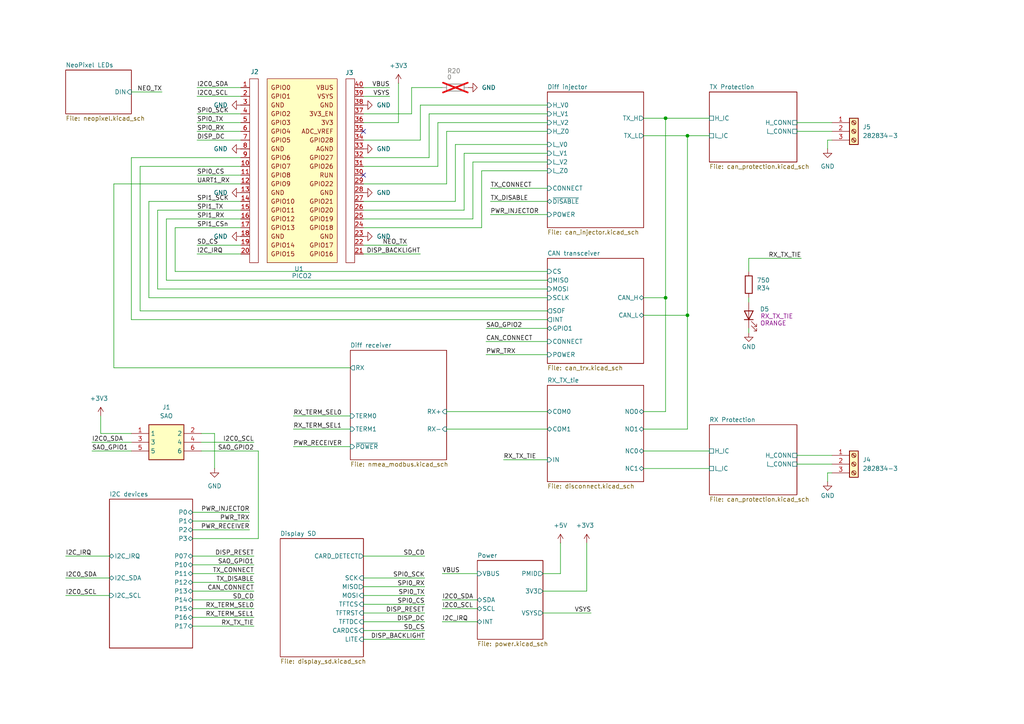
<source format=kicad_sch>
(kicad_sch (version 20250114) (generator "eeschema") (generator_version "9.0")
  (paper "A4")
  (title_block (title "Maritime Hacking Village") (date "2025") (rev "1") (company "DC33"))
  (lib_symbols
    (symbol "GND_1" (power) (pin_numbers (hide yes)) (pin_names (offset 0) (hide yes))
      (property "Value" "GND" (at 0 -3.81 0))
      (symbol "GND_1_0_1"
        (polyline (pts (xy 0 0) (xy 0 -1.27) (xy 1.27 -1.27) (xy 0 -2.54) (xy -1.27 -1.27) (xy 0 -1.27)))
      )
      (symbol "GND_1_1_1"
        (pin power_in line (at 0 0 270) (length 0) (name "~") (number "1"))
      )
    )
    (symbol "GND_10" (power) (pin_numbers (hide yes)) (pin_names (offset 0) (hide yes))
      (property "Value" "GND" (at 0 -3.81 0))
      (symbol "GND_10_0_1"
        (polyline (pts (xy 0 0) (xy 0 -1.27) (xy 1.27 -1.27) (xy 0 -2.54) (xy -1.27 -1.27) (xy 0 -1.27)))
      )
      (symbol "GND_10_1_1"
        (pin power_in line (at 0 0 270) (length 0) (name "~") (number "1"))
      )
    )
    (symbol "Library:282834-3"
      (property "Reference" "J" (at 16.51 7.62 0))
      (property "Value" "282834-3" (at 16.51 5.08 0))
      (symbol "282834-3_1_1"
        (rectangle (start 5.08 1.27) (end 7.62 -6.35) (stroke (width 0.254)) (fill (type background)))
        (polyline (pts (xy 5.8166 0.3302) (xy 6.6802 -0.508)) (stroke (width 0.1524)))
        (polyline (pts (xy 5.8166 -2.2098) (xy 6.6802 -3.048)) (stroke (width 0.1524)))
        (polyline (pts (xy 5.8166 -4.7498) (xy 6.6802 -5.588)) (stroke (width 0.1524)))
        (polyline (pts (xy 5.9944 0.508) (xy 6.858 -0.3302)) (stroke (width 0.1524)))
        (polyline (pts (xy 5.9944 -2.032) (xy 6.858 -2.8702)) (stroke (width 0.1524)))
        (polyline (pts (xy 5.9944 -4.572) (xy 6.858 -5.4102)) (stroke (width 0.1524)))
        (circle (center 6.35 0) (radius 0.635) (stroke (width 0.1524)))
        (circle (center 6.35 -2.54) (radius 0.635) (stroke (width 0.1524)))
        (circle (center 6.35 -5.08) (radius 0.635) (stroke (width 0.1524)))
        (pin passive line (at 0 0 0) (length 5.08) (name "") (number "1"))
        (pin passive line (at 0 -2.54 0) (length 5.08) (name "") (number "2"))
        (pin passive line (at 0 -5.08 0) (length 5.08) (name "") (number "3"))
      )
    )
    (symbol "Library:LED" (pin_numbers (hide yes)) (pin_names (offset 1.016) (hide yes))
      (property "Reference" "D" (at 0 2.54 0))
      (property "Value" "LED" (at 0 -2.54 0))
      (symbol "LED_0_1"
        (polyline (pts (xy -3.048 -0.762) (xy -4.572 -2.286) (xy -3.81 -2.286) (xy -4.572 -2.286) (xy -4.572 -1.524)))
        (polyline (pts (xy -1.778 -0.762) (xy -3.302 -2.286) (xy -2.54 -2.286) (xy -3.302 -2.286) (xy -3.302 -1.524)))
        (polyline (pts (xy -1.27 0) (xy 1.27 0)))
        (polyline (pts (xy -1.27 -1.27) (xy -1.27 1.27)) (stroke (width 0.254)))
        (polyline (pts (xy 1.27 -1.27) (xy 1.27 1.27) (xy -1.27 0) (xy 1.27 -1.27)) (stroke (width 0.254)))
      )
      (symbol "LED_1_1"
        (pin passive line (at -3.81 0 0) (length 2.54) (name "K") (number "1"))
        (pin passive line (at 3.81 0 180) (length 2.54) (name "A") (number "2"))
      )
    )
    (symbol "Library:PICO2"
      (property "Reference" "U" (at 0 0 0))
      (symbol "PICO2_0_1"
        (rectangle (start 11.43 8.89) (end 31.75 -44.45) (fill (type background)))
      )
      (symbol "PICO2_1_1"
        (text "GPIO0" (at 12.446 6.35 0) (effects (font (size 1.27 1.27)) (justify left)))
        (text "GPIO1" (at 12.446 3.81 0) (effects (font (size 1.27 1.27)) (justify left)))
        (text "GND" (at 12.446 1.27 0) (effects (font (size 1.27 1.27)) (justify left)))
        (text "GPIO2" (at 12.446 -1.27 0) (effects (font (size 1.27 1.27)) (justify left)))
        (text "GPIO3" (at 12.446 -3.81 0) (effects (font (size 1.27 1.27)) (justify left)))
        (text "GPIO4" (at 12.446 -6.35 0) (effects (font (size 1.27 1.27)) (justify left)))
        (text "GPIO5" (at 12.446 -8.89 0) (effects (font (size 1.27 1.27)) (justify left)))
        (text "GND" (at 12.446 -11.43 0) (effects (font (size 1.27 1.27)) (justify left)))
        (text "GPIO6" (at 12.446 -13.97 0) (effects (font (size 1.27 1.27)) (justify left)))
        (text "GPIO7" (at 12.446 -16.51 0) (effects (font (size 1.27 1.27)) (justify left)))
        (text "GPIO8" (at 12.446 -19.05 0) (effects (font (size 1.27 1.27)) (justify left)))
        (text "GPIO9" (at 12.446 -21.59 0) (effects (font (size 1.27 1.27)) (justify left)))
        (text "GND" (at 12.446 -24.13 0) (effects (font (size 1.27 1.27)) (justify left)))
        (text "GPIO10" (at 12.446 -26.67 0) (effects (font (size 1.27 1.27)) (justify left)))
        (text "GPIO11" (at 12.446 -29.21 0) (effects (font (size 1.27 1.27)) (justify left)))
        (text "GPIO12" (at 12.446 -31.75 0) (effects (font (size 1.27 1.27)) (justify left)))
        (text "GPIO13" (at 12.446 -34.29 0) (effects (font (size 1.27 1.27)) (justify left)))
        (text "GND" (at 12.446 -36.83 0) (effects (font (size 1.27 1.27)) (justify left)))
        (text "GPIO14" (at 12.446 -39.37 0) (effects (font (size 1.27 1.27)) (justify left)))
        (text "GPIO15" (at 12.446 -41.91 0) (effects (font (size 1.27 1.27)) (justify left)))
        (text "VBUS" (at 30.734 6.35 0) (effects (font (size 1.27 1.27)) (justify right)))
        (text "VSYS" (at 30.734 3.81 0) (effects (font (size 1.27 1.27)) (justify right)))
        (text "GND" (at 30.734 1.27 0) (effects (font (size 1.27 1.27)) (justify right)))
        (text "3V3_EN" (at 30.734 -1.27 0) (effects (font (size 1.27 1.27)) (justify right)))
        (text "3V3" (at 30.734 -3.81 0) (effects (font (size 1.27 1.27)) (justify right)))
        (text "ADC_VREF" (at 30.734 -6.35 0) (effects (font (size 1.27 1.27)) (justify right)))
        (text "GPIO28" (at 30.734 -8.89 0) (effects (font (size 1.27 1.27)) (justify right)))
        (text "AGND" (at 30.734 -11.43 0) (effects (font (size 1.27 1.27)) (justify right)))
        (text "GPIO27" (at 30.734 -13.97 0) (effects (font (size 1.27 1.27)) (justify right)))
        (text "GPIO26" (at 30.734 -16.51 0) (effects (font (size 1.27 1.27)) (justify right)))
        (text "RUN" (at 30.734 -19.05 0) (effects (font (size 1.27 1.27)) (justify right)))
        (text "GPIO22" (at 30.734 -21.59 0) (effects (font (size 1.27 1.27)) (justify right)))
        (text "GND" (at 30.734 -24.13 0) (effects (font (size 1.27 1.27)) (justify right)))
        (text "GPIO21" (at 30.734 -26.67 0) (effects (font (size 1.27 1.27)) (justify right)))
        (text "GPIO20" (at 30.734 -29.21 0) (effects (font (size 1.27 1.27)) (justify right)))
        (text "GPIO19" (at 30.734 -31.75 0) (effects (font (size 1.27 1.27)) (justify right)))
        (text "GPIO18" (at 30.734 -34.29 0) (effects (font (size 1.27 1.27)) (justify right)))
        (text "GND" (at 30.734 -36.83 0) (effects (font (size 1.27 1.27)) (justify right)))
        (text "GPIO17" (at 30.734 -39.37 0) (effects (font (size 1.27 1.27)) (justify right)))
        (text "GPIO16" (at 30.734 -41.91 0) (effects (font (size 1.27 1.27)) (justify right)))
      )
    )
    (symbol "Library:PPTC201LFBN-RC_L" (pin_names (offset 0.254))
      (property "Reference" "J" (at 8.89 6.35 0))
      (property "Value" "PPTC201LFBN-RC_L" (at 24.384 1.524 0))
      (symbol "PPTC201LFBN-RC_L_0_1"
        (rectangle (start 2.54 2.54) (end 5.08 -50.8))
      )
      (symbol "PPTC201LFBN-RC_L_1_1"
        (pin unspecified line (at 0 0 0) (length 2.54) (name "") (number "1"))
        (pin unspecified line (at 0 -2.54 0) (length 2.54) (name "") (number "2"))
        (pin unspecified line (at 0 -5.08 0) (length 2.54) (name "") (number "3"))
        (pin unspecified line (at 0 -7.62 0) (length 2.54) (name "") (number "4"))
        (pin unspecified line (at 0 -10.16 0) (length 2.54) (name "") (number "5"))
        (pin unspecified line (at 0 -12.7 0) (length 2.54) (name "") (number "6"))
        (pin unspecified line (at 0 -15.24 0) (length 2.54) (name "") (number "7"))
        (pin unspecified line (at 0 -17.78 0) (length 2.54) (name "") (number "8"))
        (pin unspecified line (at 0 -20.32 0) (length 2.54) (name "") (number "9"))
        (pin unspecified line (at 0 -22.86 0) (length 2.54) (name "") (number "10"))
        (pin unspecified line (at 0 -25.4 0) (length 2.54) (name "") (number "11"))
        (pin unspecified line (at 0 -27.94 0) (length 2.54) (name "") (number "12"))
        (pin unspecified line (at 0 -30.48 0) (length 2.54) (name "") (number "13"))
        (pin unspecified line (at 0 -33.02 0) (length 2.54) (name "") (number "14"))
        (pin unspecified line (at 0 -35.56 0) (length 2.54) (name "") (number "15"))
        (pin unspecified line (at 0 -38.1 0) (length 2.54) (name "") (number "16"))
        (pin unspecified line (at 0 -40.64 0) (length 2.54) (name "") (number "17"))
        (pin unspecified line (at 0 -43.18 0) (length 2.54) (name "") (number "18"))
        (pin unspecified line (at 0 -45.72 0) (length 2.54) (name "") (number "19"))
        (pin unspecified line (at 0 -48.26 0) (length 2.54) (name "") (number "20"))
      )
      (symbol "PPTC201LFBN-RC_L_1_2"
        (polyline (pts (xy 5.08 2.54) (xy 5.08 -50.8)) (stroke (width 0.127)))
        (polyline (pts (xy 5.08 -50.8) (xy 12.7 -50.8)) (stroke (width 0.127)))
        (polyline (pts (xy 7.62 0) (xy 5.08 0)) (stroke (width 0.127)))
        (polyline (pts (xy 7.62 0) (xy 8.89 0.8467)) (stroke (width 0.127)))
        (polyline (pts (xy 7.62 0) (xy 8.89 -0.8467)) (stroke (width 0.127)))
        (polyline (pts (xy 7.62 -2.54) (xy 5.08 -2.54)) (stroke (width 0.127)))
        (polyline (pts (xy 7.62 -2.54) (xy 8.89 -1.6933)) (stroke (width 0.127)))
        (polyline (pts (xy 7.62 -2.54) (xy 8.89 -3.3867)) (stroke (width 0.127)))
        (polyline (pts (xy 7.62 -5.08) (xy 5.08 -5.08)) (stroke (width 0.127)))
        (polyline (pts (xy 7.62 -5.08) (xy 8.89 -4.2333)) (stroke (width 0.127)))
        (polyline (pts (xy 7.62 -5.08) (xy 8.89 -5.9267)) (stroke (width 0.127)))
        (polyline (pts (xy 7.62 -7.62) (xy 5.08 -7.62)) (stroke (width 0.127)))
        (polyline (pts (xy 7.62 -7.62) (xy 8.89 -6.7733)) (stroke (width 0.127)))
        (polyline (pts (xy 7.62 -7.62) (xy 8.89 -8.4667)) (stroke (width 0.127)))
        (polyline (pts (xy 7.62 -10.16) (xy 5.08 -10.16)) (stroke (width 0.127)))
        (polyline (pts (xy 7.62 -10.16) (xy 8.89 -9.3133)) (stroke (width 0.127)))
        (polyline (pts (xy 7.62 -10.16) (xy 8.89 -11.0067)) (stroke (width 0.127)))
        (polyline (pts (xy 7.62 -12.7) (xy 5.08 -12.7)) (stroke (width 0.127)))
        (polyline (pts (xy 7.62 -12.7) (xy 8.89 -11.8533)) (stroke (width 0.127)))
        (polyline (pts (xy 7.62 -12.7) (xy 8.89 -13.5467)) (stroke (width 0.127)))
        (polyline (pts (xy 7.62 -15.24) (xy 5.08 -15.24)) (stroke (width 0.127)))
        (polyline (pts (xy 7.62 -15.24) (xy 8.89 -14.3933)) (stroke (width 0.127)))
        (polyline (pts (xy 7.62 -15.24) (xy 8.89 -16.0867)) (stroke (width 0.127)))
        (polyline (pts (xy 7.62 -17.78) (xy 5.08 -17.78)) (stroke (width 0.127)))
        (polyline (pts (xy 7.62 -17.78) (xy 8.89 -16.9333)) (stroke (width 0.127)))
        (polyline (pts (xy 7.62 -17.78) (xy 8.89 -18.6267)) (stroke (width 0.127)))
        (polyline (pts (xy 7.62 -20.32) (xy 5.08 -20.32)) (stroke (width 0.127)))
        (polyline (pts (xy 7.62 -20.32) (xy 8.89 -19.4733)) (stroke (width 0.127)))
        (polyline (pts (xy 7.62 -20.32) (xy 8.89 -21.1667)) (stroke (width 0.127)))
        (polyline (pts (xy 7.62 -22.86) (xy 5.08 -22.86)) (stroke (width 0.127)))
        (polyline (pts (xy 7.62 -22.86) (xy 8.89 -22.0133)) (stroke (width 0.127)))
        (polyline (pts (xy 7.62 -22.86) (xy 8.89 -23.7067)) (stroke (width 0.127)))
        (polyline (pts (xy 7.62 -25.4) (xy 5.08 -25.4)) (stroke (width 0.127)))
        (polyline (pts (xy 7.62 -25.4) (xy 8.89 -24.5533)) (stroke (width 0.127)))
        (polyline (pts (xy 7.62 -25.4) (xy 8.89 -26.2467)) (stroke (width 0.127)))
        (polyline (pts (xy 7.62 -27.94) (xy 5.08 -27.94)) (stroke (width 0.127)))
        (polyline (pts (xy 7.62 -27.94) (xy 8.89 -27.0933)) (stroke (width 0.127)))
        (polyline (pts (xy 7.62 -27.94) (xy 8.89 -28.7867)) (stroke (width 0.127)))
        (polyline (pts (xy 7.62 -30.48) (xy 5.08 -30.48)) (stroke (width 0.127)))
        (polyline (pts (xy 7.62 -30.48) (xy 8.89 -29.6333)) (stroke (width 0.127)))
        (polyline (pts (xy 7.62 -30.48) (xy 8.89 -31.3267)) (stroke (width 0.127)))
        (polyline (pts (xy 7.62 -33.02) (xy 5.08 -33.02)) (stroke (width 0.127)))
        (polyline (pts (xy 7.62 -33.02) (xy 8.89 -32.1733)) (stroke (width 0.127)))
        (polyline (pts (xy 7.62 -33.02) (xy 8.89 -33.8667)) (stroke (width 0.127)))
        (polyline (pts (xy 7.62 -35.56) (xy 5.08 -35.56)) (stroke (width 0.127)))
        (polyline (pts (xy 7.62 -35.56) (xy 8.89 -34.7133)) (stroke (width 0.127)))
        (polyline (pts (xy 7.62 -35.56) (xy 8.89 -36.4067)) (stroke (width 0.127)))
        (polyline (pts (xy 7.62 -38.1) (xy 5.08 -38.1)) (stroke (width 0.127)))
        (polyline (pts (xy 7.62 -38.1) (xy 8.89 -37.2533)) (stroke (width 0.127)))
        (polyline (pts (xy 7.62 -38.1) (xy 8.89 -38.9467)) (stroke (width 0.127)))
        (polyline (pts (xy 7.62 -40.64) (xy 5.08 -40.64)) (stroke (width 0.127)))
        (polyline (pts (xy 7.62 -40.64) (xy 8.89 -39.7933)) (stroke (width 0.127)))
        (polyline (pts (xy 7.62 -40.64) (xy 8.89 -41.4867)) (stroke (width 0.127)))
        (polyline (pts (xy 7.62 -43.18) (xy 5.08 -43.18)) (stroke (width 0.127)))
        (polyline (pts (xy 7.62 -43.18) (xy 8.89 -42.3333)) (stroke (width 0.127)))
        (polyline (pts (xy 7.62 -43.18) (xy 8.89 -44.0267)) (stroke (width 0.127)))
        (polyline (pts (xy 7.62 -45.72) (xy 5.08 -45.72)) (stroke (width 0.127)))
        (polyline (pts (xy 7.62 -45.72) (xy 8.89 -44.8733)) (stroke (width 0.127)))
        (polyline (pts (xy 7.62 -45.72) (xy 8.89 -46.5667)) (stroke (width 0.127)))
        (polyline (pts (xy 7.62 -48.26) (xy 5.08 -48.26)) (stroke (width 0.127)))
        (polyline (pts (xy 7.62 -48.26) (xy 8.89 -47.4133)) (stroke (width 0.127)))
        (polyline (pts (xy 7.62 -48.26) (xy 8.89 -49.1067)) (stroke (width 0.127)))
        (polyline (pts (xy 12.7 2.54) (xy 5.08 2.54)) (stroke (width 0.127)))
        (polyline (pts (xy 12.7 -50.8) (xy 12.7 2.54)) (stroke (width 0.127)))
        (pin unspecified line (at 0 0 0) (length 5.08) (name "1") (number "1"))
        (pin unspecified line (at 0 -2.54 0) (length 5.08) (name "2") (number "2"))
        (pin unspecified line (at 0 -5.08 0) (length 5.08) (name "3") (number "3"))
        (pin unspecified line (at 0 -7.62 0) (length 5.08) (name "4") (number "4"))
        (pin unspecified line (at 0 -10.16 0) (length 5.08) (name "5") (number "5"))
        (pin unspecified line (at 0 -12.7 0) (length 5.08) (name "6") (number "6"))
        (pin unspecified line (at 0 -15.24 0) (length 5.08) (name "7") (number "7"))
        (pin unspecified line (at 0 -17.78 0) (length 5.08) (name "8") (number "8"))
        (pin unspecified line (at 0 -20.32 0) (length 5.08) (name "9") (number "9"))
        (pin unspecified line (at 0 -22.86 0) (length 5.08) (name "10") (number "10"))
        (pin unspecified line (at 0 -25.4 0) (length 5.08) (name "11") (number "11"))
        (pin unspecified line (at 0 -27.94 0) (length 5.08) (name "12") (number "12"))
        (pin unspecified line (at 0 -30.48 0) (length 5.08) (name "13") (number "13"))
        (pin unspecified line (at 0 -33.02 0) (length 5.08) (name "14") (number "14"))
        (pin unspecified line (at 0 -35.56 0) (length 5.08) (name "15") (number "15"))
        (pin unspecified line (at 0 -38.1 0) (length 5.08) (name "16") (number "16"))
        (pin unspecified line (at 0 -40.64 0) (length 5.08) (name "17") (number "17"))
        (pin unspecified line (at 0 -43.18 0) (length 5.08) (name "18") (number "18"))
        (pin unspecified line (at 0 -45.72 0) (length 5.08) (name "19") (number "19"))
        (pin unspecified line (at 0 -48.26 0) (length 5.08) (name "20") (number "20"))
      )
    )
    (symbol "Library:PPTC201LFBN-RC_R" (pin_names (offset 0.254))
      (property "Reference" "J" (at 8.89 6.35 0))
      (property "Value" "PPTC201LFBN-RC_L" (at 24.384 1.524 0))
      (symbol "PPTC201LFBN-RC_R_0_1"
        (rectangle (start 2.54 2.54) (end 5.08 -50.8))
      )
      (symbol "PPTC201LFBN-RC_R_1_1"
        (pin unspecified line (at 0 0 0) (length 2.54) (name "") (number "21"))
        (pin unspecified line (at 0 -2.54 0) (length 2.54) (name "") (number "22"))
        (pin unspecified line (at 0 -5.08 0) (length 2.54) (name "") (number "23"))
        (pin unspecified line (at 0 -7.62 0) (length 2.54) (name "") (number "24"))
        (pin unspecified line (at 0 -10.16 0) (length 2.54) (name "") (number "25"))
        (pin unspecified line (at 0 -12.7 0) (length 2.54) (name "") (number "26"))
        (pin unspecified line (at 0 -15.24 0) (length 2.54) (name "") (number "27"))
        (pin unspecified line (at 0 -17.78 0) (length 2.54) (name "") (number "28"))
        (pin unspecified line (at 0 -20.32 0) (length 2.54) (name "") (number "29"))
        (pin unspecified line (at 0 -22.86 0) (length 2.54) (name "") (number "30"))
        (pin unspecified line (at 0 -25.4 0) (length 2.54) (name "") (number "31"))
        (pin unspecified line (at 0 -27.94 0) (length 2.54) (name "") (number "32"))
        (pin unspecified line (at 0 -30.48 0) (length 2.54) (name "") (number "33"))
        (pin unspecified line (at 0 -33.02 0) (length 2.54) (name "") (number "34"))
        (pin unspecified line (at 0 -35.56 0) (length 2.54) (name "") (number "35"))
        (pin unspecified line (at 0 -38.1 0) (length 2.54) (name "") (number "36"))
        (pin unspecified line (at 0 -40.64 0) (length 2.54) (name "") (number "37"))
        (pin unspecified line (at 0 -43.18 0) (length 2.54) (name "") (number "38"))
        (pin unspecified line (at 0 -45.72 0) (length 2.54) (name "") (number "39"))
        (pin unspecified line (at 0 -48.26 0) (length 2.54) (name "") (number "40"))
      )
      (symbol "PPTC201LFBN-RC_R_1_2"
        (polyline (pts (xy 5.08 2.54) (xy 5.08 -50.8)) (stroke (width 0.127)))
        (polyline (pts (xy 5.08 -50.8) (xy 12.7 -50.8)) (stroke (width 0.127)))
        (polyline (pts (xy 7.62 0) (xy 5.08 0)) (stroke (width 0.127)))
        (polyline (pts (xy 7.62 0) (xy 8.89 0.8467)) (stroke (width 0.127)))
        (polyline (pts (xy 7.62 0) (xy 8.89 -0.8467)) (stroke (width 0.127)))
        (polyline (pts (xy 7.62 -2.54) (xy 5.08 -2.54)) (stroke (width 0.127)))
        (polyline (pts (xy 7.62 -2.54) (xy 8.89 -1.6933)) (stroke (width 0.127)))
        (polyline (pts (xy 7.62 -2.54) (xy 8.89 -3.3867)) (stroke (width 0.127)))
        (polyline (pts (xy 7.62 -5.08) (xy 5.08 -5.08)) (stroke (width 0.127)))
        (polyline (pts (xy 7.62 -5.08) (xy 8.89 -4.2333)) (stroke (width 0.127)))
        (polyline (pts (xy 7.62 -5.08) (xy 8.89 -5.9267)) (stroke (width 0.127)))
        (polyline (pts (xy 7.62 -7.62) (xy 5.08 -7.62)) (stroke (width 0.127)))
        (polyline (pts (xy 7.62 -7.62) (xy 8.89 -6.7733)) (stroke (width 0.127)))
        (polyline (pts (xy 7.62 -7.62) (xy 8.89 -8.4667)) (stroke (width 0.127)))
        (polyline (pts (xy 7.62 -10.16) (xy 5.08 -10.16)) (stroke (width 0.127)))
        (polyline (pts (xy 7.62 -10.16) (xy 8.89 -9.3133)) (stroke (width 0.127)))
        (polyline (pts (xy 7.62 -10.16) (xy 8.89 -11.0067)) (stroke (width 0.127)))
        (polyline (pts (xy 7.62 -12.7) (xy 5.08 -12.7)) (stroke (width 0.127)))
        (polyline (pts (xy 7.62 -12.7) (xy 8.89 -11.8533)) (stroke (width 0.127)))
        (polyline (pts (xy 7.62 -12.7) (xy 8.89 -13.5467)) (stroke (width 0.127)))
        (polyline (pts (xy 7.62 -15.24) (xy 5.08 -15.24)) (stroke (width 0.127)))
        (polyline (pts (xy 7.62 -15.24) (xy 8.89 -14.3933)) (stroke (width 0.127)))
        (polyline (pts (xy 7.62 -15.24) (xy 8.89 -16.0867)) (stroke (width 0.127)))
        (polyline (pts (xy 7.62 -17.78) (xy 5.08 -17.78)) (stroke (width 0.127)))
        (polyline (pts (xy 7.62 -17.78) (xy 8.89 -16.9333)) (stroke (width 0.127)))
        (polyline (pts (xy 7.62 -17.78) (xy 8.89 -18.6267)) (stroke (width 0.127)))
        (polyline (pts (xy 7.62 -20.32) (xy 5.08 -20.32)) (stroke (width 0.127)))
        (polyline (pts (xy 7.62 -20.32) (xy 8.89 -19.4733)) (stroke (width 0.127)))
        (polyline (pts (xy 7.62 -20.32) (xy 8.89 -21.1667)) (stroke (width 0.127)))
        (polyline (pts (xy 7.62 -22.86) (xy 5.08 -22.86)) (stroke (width 0.127)))
        (polyline (pts (xy 7.62 -22.86) (xy 8.89 -22.0133)) (stroke (width 0.127)))
        (polyline (pts (xy 7.62 -22.86) (xy 8.89 -23.7067)) (stroke (width 0.127)))
        (polyline (pts (xy 7.62 -25.4) (xy 5.08 -25.4)) (stroke (width 0.127)))
        (polyline (pts (xy 7.62 -25.4) (xy 8.89 -24.5533)) (stroke (width 0.127)))
        (polyline (pts (xy 7.62 -25.4) (xy 8.89 -26.2467)) (stroke (width 0.127)))
        (polyline (pts (xy 7.62 -27.94) (xy 5.08 -27.94)) (stroke (width 0.127)))
        (polyline (pts (xy 7.62 -27.94) (xy 8.89 -27.0933)) (stroke (width 0.127)))
        (polyline (pts (xy 7.62 -27.94) (xy 8.89 -28.7867)) (stroke (width 0.127)))
        (polyline (pts (xy 7.62 -30.48) (xy 5.08 -30.48)) (stroke (width 0.127)))
        (polyline (pts (xy 7.62 -30.48) (xy 8.89 -29.6333)) (stroke (width 0.127)))
        (polyline (pts (xy 7.62 -30.48) (xy 8.89 -31.3267)) (stroke (width 0.127)))
        (polyline (pts (xy 7.62 -33.02) (xy 5.08 -33.02)) (stroke (width 0.127)))
        (polyline (pts (xy 7.62 -33.02) (xy 8.89 -32.1733)) (stroke (width 0.127)))
        (polyline (pts (xy 7.62 -33.02) (xy 8.89 -33.8667)) (stroke (width 0.127)))
        (polyline (pts (xy 7.62 -35.56) (xy 5.08 -35.56)) (stroke (width 0.127)))
        (polyline (pts (xy 7.62 -35.56) (xy 8.89 -34.7133)) (stroke (width 0.127)))
        (polyline (pts (xy 7.62 -35.56) (xy 8.89 -36.4067)) (stroke (width 0.127)))
        (polyline (pts (xy 7.62 -38.1) (xy 5.08 -38.1)) (stroke (width 0.127)))
        (polyline (pts (xy 7.62 -38.1) (xy 8.89 -37.2533)) (stroke (width 0.127)))
        (polyline (pts (xy 7.62 -38.1) (xy 8.89 -38.9467)) (stroke (width 0.127)))
        (polyline (pts (xy 7.62 -40.64) (xy 5.08 -40.64)) (stroke (width 0.127)))
        (polyline (pts (xy 7.62 -40.64) (xy 8.89 -39.7933)) (stroke (width 0.127)))
        (polyline (pts (xy 7.62 -40.64) (xy 8.89 -41.4867)) (stroke (width 0.127)))
        (polyline (pts (xy 7.62 -43.18) (xy 5.08 -43.18)) (stroke (width 0.127)))
        (polyline (pts (xy 7.62 -43.18) (xy 8.89 -42.3333)) (stroke (width 0.127)))
        (polyline (pts (xy 7.62 -43.18) (xy 8.89 -44.0267)) (stroke (width 0.127)))
        (polyline (pts (xy 7.62 -45.72) (xy 5.08 -45.72)) (stroke (width 0.127)))
        (polyline (pts (xy 7.62 -45.72) (xy 8.89 -44.8733)) (stroke (width 0.127)))
        (polyline (pts (xy 7.62 -45.72) (xy 8.89 -46.5667)) (stroke (width 0.127)))
        (polyline (pts (xy 7.62 -48.26) (xy 5.08 -48.26)) (stroke (width 0.127)))
        (polyline (pts (xy 7.62 -48.26) (xy 8.89 -47.4133)) (stroke (width 0.127)))
        (polyline (pts (xy 7.62 -48.26) (xy 8.89 -49.1067)) (stroke (width 0.127)))
        (polyline (pts (xy 12.7 2.54) (xy 5.08 2.54)) (stroke (width 0.127)))
        (polyline (pts (xy 12.7 -50.8) (xy 12.7 2.54)) (stroke (width 0.127)))
        (pin unspecified line (at 0 0 0) (length 5.08) (name "1") (number "1"))
        (pin unspecified line (at 0 -2.54 0) (length 5.08) (name "2") (number "2"))
        (pin unspecified line (at 0 -5.08 0) (length 5.08) (name "3") (number "3"))
        (pin unspecified line (at 0 -7.62 0) (length 5.08) (name "4") (number "4"))
        (pin unspecified line (at 0 -10.16 0) (length 5.08) (name "5") (number "5"))
        (pin unspecified line (at 0 -12.7 0) (length 5.08) (name "6") (number "6"))
        (pin unspecified line (at 0 -15.24 0) (length 5.08) (name "7") (number "7"))
        (pin unspecified line (at 0 -17.78 0) (length 5.08) (name "8") (number "8"))
        (pin unspecified line (at 0 -20.32 0) (length 5.08) (name "9") (number "9"))
        (pin unspecified line (at 0 -22.86 0) (length 5.08) (name "10") (number "10"))
        (pin unspecified line (at 0 -25.4 0) (length 5.08) (name "11") (number "11"))
        (pin unspecified line (at 0 -27.94 0) (length 5.08) (name "12") (number "12"))
        (pin unspecified line (at 0 -30.48 0) (length 5.08) (name "13") (number "13"))
        (pin unspecified line (at 0 -33.02 0) (length 5.08) (name "14") (number "14"))
        (pin unspecified line (at 0 -35.56 0) (length 5.08) (name "15") (number "15"))
        (pin unspecified line (at 0 -38.1 0) (length 5.08) (name "16") (number "16"))
        (pin unspecified line (at 0 -40.64 0) (length 5.08) (name "17") (number "17"))
        (pin unspecified line (at 0 -43.18 0) (length 5.08) (name "18") (number "18"))
        (pin unspecified line (at 0 -45.72 0) (length 5.08) (name "19") (number "19"))
        (pin unspecified line (at 0 -48.26 0) (length 5.08) (name "20") (number "20"))
      )
    )
    (symbol "Library:R" (pin_numbers (hide yes)) (pin_names (offset 0))
      (property "Reference" "R" (at 2.032 0 90))
      (property "Value" "R" (at 0 0 90))
      (symbol "R_0_1"
        (rectangle (start -1.016 -2.54) (end 1.016 2.54) (stroke (width 0.254)))
      )
      (symbol "R_1_1"
        (pin passive line (at 0 3.81 270) (length 1.27) (name "~") (number "1"))
        (pin passive line (at 0 -3.81 90) (length 1.27) (name "~") (number "2"))
      )
    )
    (symbol "Library:SFH11-NBPC-D03-ST-BK"
      (property "Reference" "J" (at 16.51 7.62 0))
      (property "Value" "SFH11-NBPC-D03-ST-BK" (at 16.51 5.08 0))
      (symbol "SFH11-NBPC-D03-ST-BK_1_1"
        (rectangle (start 5.08 2.54) (end 15.24 -7.62) (stroke (width 0.254)) (fill (type background)))
        (pin power_in line (at 0 0 0) (length 5.08) (name "1") (number "1"))
        (pin tri_state line (at 0 -2.54 0) (length 5.08) (name "3") (number "3"))
        (pin tri_state line (at 0 -5.08 0) (length 5.08) (name "5") (number "5"))
        (pin power_out line (at 20.32 0 180) (length 5.08) (name "2") (number "2"))
        (pin input line (at 20.32 -2.54 180) (length 5.08) (name "4") (number "4"))
        (pin tri_state line (at 20.32 -5.08 180) (length 5.08) (name "6") (number "6"))
      )
    )
    (symbol "power:+5V" (power) (pin_numbers (hide yes)) (pin_names (offset 0) (hide yes))
      (property "Value" "+5V" (at 0 3.556 0))
      (symbol "+5V_0_1"
        (polyline (pts (xy -0.762 1.27) (xy 0 2.54)))
        (polyline (pts (xy 0 2.54) (xy 0.762 1.27)))
        (polyline (pts (xy 0 0) (xy 0 2.54)))
      )
      (symbol "+5V_1_1"
        (pin power_in line (at 0 0 90) (length 0) (name "~") (number "1"))
      )
    )
    (symbol "power:GND" (power) (pin_numbers (hide yes)) (pin_names (offset 0) (hide yes))
      (property "Value" "GND" (at 0 -3.81 0))
      (symbol "GND_0_1"
        (polyline (pts (xy 0 0) (xy 0 -1.27) (xy 1.27 -1.27) (xy 0 -2.54) (xy -1.27 -1.27) (xy 0 -1.27)))
      )
      (symbol "GND_1_1"
        (pin power_in line (at 0 0 270) (length 0) (name "~") (number "1"))
      )
    )
  )
  (junction (at 193.04 34.29))
  (junction (at 199.39 91.44))
  (junction (at 193.04 86.36))
  (junction (at 199.39 39.37))
  (no_connect (at 105.41 50.8))
  (no_connect (at 105.41 38.1))
  (wire (pts (xy 55.88 151.13) (xy 72.39 151.13)))
  (wire (pts (xy 231.14 35.56) (xy 241.3 35.56)))
  (wire (pts (xy 58.42 125.73) (xy 62.23 125.73)))
  (wire (pts (xy 137.16 63.5) (xy 137.16 46.99)))
  (wire (pts (xy 55.88 173.99) (xy 73.66 173.99)))
  (wire (pts (xy 105.41 27.94) (xy 113.03 27.94)))
  (wire (pts (xy 240.03 137.16) (xy 241.3 137.16)))
  (wire (pts (xy 217.17 74.93) (xy 217.17 78.74)))
  (wire (pts (xy 105.41 175.26) (xy 123.19 175.26)))
  (wire (pts (xy 45.72 83.82) (xy 158.75 83.82)))
  (wire (pts (xy 57.15 35.56) (xy 69.85 35.56)))
  (wire (pts (xy 57.15 71.12) (xy 69.85 71.12)))
  (wire (pts (xy 105.41 180.34) (xy 123.19 180.34)))
  (wire (pts (xy 121.92 40.64) (xy 105.41 40.64)))
  (wire (pts (xy 105.41 177.8) (xy 123.19 177.8)))
  (wire (pts (xy 38.1 45.72) (xy 38.1 92.71)))
  (wire (pts (xy 105.41 58.42) (xy 132.08 58.42)))
  (wire (pts (xy 85.09 124.46) (xy 101.6 124.46)))
  (wire (pts (xy 43.18 58.42) (xy 43.18 86.36)))
  (wire (pts (xy 124.46 33.02) (xy 124.46 45.72)))
  (wire (pts (xy 193.04 119.38) (xy 186.69 119.38)))
  (wire (pts (xy 105.41 170.18) (xy 123.19 170.18)))
  (wire (pts (xy 193.04 34.29) (xy 205.74 34.29)))
  (wire (pts (xy 134.62 44.45) (xy 158.75 44.45)))
  (wire (pts (xy 170.18 171.45) (xy 157.48 171.45)))
  (wire (pts (xy 105.41 185.42) (xy 123.19 185.42)))
  (wire (pts (xy 29.21 125.73) (xy 29.21 120.65)))
  (wire (pts (xy 139.7 49.53) (xy 139.7 66.04)))
  (wire (pts (xy 140.97 102.87) (xy 158.75 102.87)))
  (wire (pts (xy 231.14 134.62) (xy 241.3 134.62)))
  (wire (pts (xy 217.17 87.63) (xy 217.17 86.36)))
  (wire (pts (xy 33.02 106.68) (xy 101.6 106.68)))
  (wire (pts (xy 132.08 41.91) (xy 158.75 41.91)))
  (wire (pts (xy 40.64 48.26) (xy 40.64 90.17)))
  (wire (pts (xy 55.88 163.83) (xy 73.66 163.83)))
  (wire (pts (xy 69.85 48.26) (xy 40.64 48.26)))
  (wire (pts (xy 129.54 38.1) (xy 129.54 53.34)))
  (wire (pts (xy 43.18 86.36) (xy 158.75 86.36)))
  (wire (pts (xy 157.48 166.37) (xy 162.56 166.37)))
  (wire (pts (xy 129.54 124.46) (xy 158.75 124.46)))
  (wire (pts (xy 127 35.56) (xy 127 48.26)))
  (wire (pts (xy 158.75 92.71) (xy 38.1 92.71)))
  (wire (pts (xy 55.88 171.45) (xy 73.66 171.45)))
  (wire (pts (xy 186.69 91.44) (xy 199.39 91.44)))
  (wire (pts (xy 105.41 172.72) (xy 123.19 172.72)))
  (wire (pts (xy 74.93 156.21) (xy 74.93 130.81)))
  (wire (pts (xy 19.05 161.29) (xy 31.75 161.29)))
  (wire (pts (xy 140.97 95.25) (xy 158.75 95.25)))
  (wire (pts (xy 119.38 33.02) (xy 119.38 25.4)))
  (wire (pts (xy 217.17 74.93) (xy 232.41 74.93)))
  (wire (pts (xy 142.24 54.61) (xy 158.75 54.61)))
  (wire (pts (xy 134.62 60.96) (xy 134.62 44.45)))
  (wire (pts (xy 55.88 148.59) (xy 72.39 148.59)))
  (wire (pts (xy 57.15 33.02) (xy 69.85 33.02)))
  (wire (pts (xy 105.41 53.34) (xy 129.54 53.34)))
  (wire (pts (xy 115.57 24.13) (xy 115.57 35.56)))
  (wire (pts (xy 158.75 33.02) (xy 124.46 33.02)))
  (wire (pts (xy 128.27 176.53) (xy 138.43 176.53)))
  (wire (pts (xy 57.15 25.4) (xy 69.85 25.4)))
  (wire (pts (xy 186.69 130.81) (xy 205.74 130.81)))
  (wire (pts (xy 231.14 38.1) (xy 241.3 38.1)))
  (wire (pts (xy 186.69 34.29) (xy 193.04 34.29)))
  (wire (pts (xy 19.05 167.64) (xy 31.75 167.64)))
  (wire (pts (xy 128.27 180.34) (xy 138.43 180.34)))
  (wire (pts (xy 137.16 46.99) (xy 158.75 46.99)))
  (wire (pts (xy 45.72 60.96) (xy 69.85 60.96)))
  (wire (pts (xy 50.8 78.74) (xy 158.75 78.74)))
  (wire (pts (xy 132.08 41.91) (xy 132.08 58.42)))
  (wire (pts (xy 158.75 30.48) (xy 121.92 30.48)))
  (wire (pts (xy 33.02 53.34) (xy 69.85 53.34)))
  (wire (pts (xy 128.27 173.99) (xy 138.43 173.99)))
  (wire (pts (xy 186.69 39.37) (xy 199.39 39.37)))
  (wire (pts (xy 124.46 45.72) (xy 105.41 45.72)))
  (wire (pts (xy 57.15 40.64) (xy 69.85 40.64)))
  (wire (pts (xy 105.41 71.12) (xy 118.11 71.12)))
  (wire (pts (xy 186.69 135.89) (xy 205.74 135.89)))
  (wire (pts (xy 129.54 119.38) (xy 158.75 119.38)))
  (wire (pts (xy 85.09 120.65) (xy 101.6 120.65)))
  (wire (pts (xy 105.41 48.26) (xy 127 48.26)))
  (wire (pts (xy 128.27 166.37) (xy 138.43 166.37)))
  (wire (pts (xy 55.88 166.37) (xy 73.66 166.37)))
  (wire (pts (xy 55.88 179.07) (xy 73.66 179.07)))
  (wire (pts (xy 231.14 132.08) (xy 241.3 132.08)))
  (wire (pts (xy 38.1 45.72) (xy 69.85 45.72)))
  (wire (pts (xy 55.88 176.53) (xy 73.66 176.53)))
  (wire (pts (xy 33.02 53.34) (xy 33.02 106.68)))
  (wire (pts (xy 58.42 130.81) (xy 74.93 130.81)))
  (wire (pts (xy 62.23 125.73) (xy 62.23 135.89)))
  (wire (pts (xy 115.57 35.56) (xy 105.41 35.56)))
  (wire (pts (xy 48.26 81.28) (xy 158.75 81.28)))
  (wire (pts (xy 142.24 58.42) (xy 158.75 58.42)))
  (wire (pts (xy 186.69 124.46) (xy 199.39 124.46)))
  (wire (pts (xy 105.41 25.4) (xy 113.03 25.4)))
  (wire (pts (xy 26.67 130.81) (xy 38.1 130.81)))
  (wire (pts (xy 105.41 66.04) (xy 139.7 66.04)))
  (wire (pts (xy 48.26 81.28) (xy 48.26 63.5)))
  (wire (pts (xy 158.75 49.53) (xy 139.7 49.53)))
  (wire (pts (xy 105.41 33.02) (xy 119.38 33.02)))
  (wire (pts (xy 38.1 26.67) (xy 46.99 26.67)))
  (wire (pts (xy 186.69 86.36) (xy 193.04 86.36)))
  (wire (pts (xy 43.18 58.42) (xy 69.85 58.42)))
  (wire (pts (xy 119.38 25.4) (xy 128.27 25.4)))
  (wire (pts (xy 57.15 38.1) (xy 69.85 38.1)))
  (wire (pts (xy 241.3 40.64) (xy 240.03 40.64)))
  (wire (pts (xy 58.42 128.27) (xy 73.66 128.27)))
  (wire (pts (xy 38.1 125.73) (xy 29.21 125.73)))
  (wire (pts (xy 127 35.56) (xy 158.75 35.56)))
  (wire (pts (xy 105.41 60.96) (xy 134.62 60.96)))
  (wire (pts (xy 199.39 39.37) (xy 199.39 91.44)))
  (wire (pts (xy 170.18 157.48) (xy 170.18 171.45)))
  (wire (pts (xy 217.17 95.25) (xy 217.17 96.52)))
  (wire (pts (xy 85.09 129.54) (xy 101.6 129.54)))
  (wire (pts (xy 57.15 73.66) (xy 69.85 73.66)))
  (wire (pts (xy 55.88 168.91) (xy 73.66 168.91)))
  (wire (pts (xy 19.05 172.72) (xy 31.75 172.72)))
  (wire (pts (xy 26.67 128.27) (xy 38.1 128.27)))
  (wire (pts (xy 121.92 30.48) (xy 121.92 40.64)))
  (wire (pts (xy 193.04 34.29) (xy 193.04 86.36)))
  (wire (pts (xy 55.88 156.21) (xy 74.93 156.21)))
  (wire (pts (xy 48.26 63.5) (xy 69.85 63.5)))
  (wire (pts (xy 55.88 161.29) (xy 73.66 161.29)))
  (wire (pts (xy 142.24 62.23) (xy 158.75 62.23)))
  (wire (pts (xy 129.54 38.1) (xy 158.75 38.1)))
  (wire (pts (xy 57.15 50.8) (xy 69.85 50.8)))
  (wire (pts (xy 50.8 66.04) (xy 69.85 66.04)))
  (wire (pts (xy 40.64 90.17) (xy 158.75 90.17)))
  (wire (pts (xy 157.48 177.8) (xy 171.45 177.8)))
  (wire (pts (xy 105.41 63.5) (xy 137.16 63.5)))
  (wire (pts (xy 57.15 27.94) (xy 69.85 27.94)))
  (wire (pts (xy 55.88 181.61) (xy 73.66 181.61)))
  (wire (pts (xy 105.41 161.29) (xy 123.19 161.29)))
  (wire (pts (xy 105.41 73.66) (xy 121.92 73.66)))
  (wire (pts (xy 55.88 153.67) (xy 72.39 153.67)))
  (wire (pts (xy 140.97 99.06) (xy 158.75 99.06)))
  (wire (pts (xy 105.41 167.64) (xy 123.19 167.64)))
  (wire (pts (xy 193.04 86.36) (xy 193.04 119.38)))
  (wire (pts (xy 240.03 139.7) (xy 240.03 137.16)))
  (wire (pts (xy 199.39 39.37) (xy 205.74 39.37)))
  (wire (pts (xy 146.05 133.35) (xy 158.75 133.35)))
  (wire (pts (xy 240.03 40.64) (xy 240.03 43.18)))
  (wire (pts (xy 105.41 182.88) (xy 123.19 182.88)))
  (wire (pts (xy 50.8 78.74) (xy 50.8 66.04)))
  (wire (pts (xy 45.72 60.96) (xy 45.72 83.82)))
  (wire (pts (xy 162.56 166.37) (xy 162.56 157.48)))
  (wire (pts (xy 199.39 91.44) (xy 199.39 124.46)))
  (label "I2C0_SCL" (at 73.66 128.27 180))
  (label "PWR_INJECTOR" (at 72.39 148.59 180))
  (label "DISP_BACKLIGHT" (at 123.19 185.42 180))
  (label "VBUS" (at 113.03 25.4 180))
  (label "DISP_DC" (at 57.15 40.64 0))
  (label "SPI0_SCK" (at 57.15 33.02 0))
  (label "PWR_TRX" (at 72.39 151.13 180))
  (label "SPI1_RX" (at 57.15 63.5 0))
  (label "TX_CONNECT" (at 73.66 166.37 180))
  (label "DISP_DC" (at 123.19 180.34 180))
  (label "CAN_CONNECT" (at 140.97 99.06 0))
  (label "SAO_GPIO2" (at 73.66 130.81 180))
  (label "RX_TERM_SEL0" (at 85.09 120.65 0))
  (label "VSYS" (at 113.03 27.94 180))
  (label "SPI0_CS" (at 123.19 175.26 180))
  (label "RX_TERM_SEL1" (at 73.66 179.07 180))
  (label "PWR_RECEIVER" (at 85.09 129.54 0))
  (label "I2C_IRQ" (at 128.27 180.34 0))
  (label "RX_TERM_SEL1" (at 85.09 124.46 0))
  (label "I2C0_SDA" (at 128.27 173.99 0))
  (label "PWR_INJECTOR" (at 142.24 62.23 0))
  (label "PWR_RECEIVER" (at 72.39 153.67 180))
  (label "SD_CS" (at 57.15 71.12 0))
  (label "PWR_TRX" (at 140.97 102.87 0))
  (label "NEO_TX" (at 118.11 71.12 180))
  (label "SPI1_CSn" (at 57.15 66.04 0))
  (label "SPI0_CS" (at 57.15 50.8 0))
  (label "SAO_GPIO1" (at 73.66 163.83 180))
  (label "I2C0_SDA" (at 26.67 128.27 0))
  (label "SPI0_TX" (at 123.19 172.72 180))
  (label "DISP_RESET" (at 123.19 177.8 180))
  (label "RX_TX_TIE" (at 232.41 74.93 180))
  (label "TX_DISABLE" (at 73.66 168.91 180))
  (label "CAN_CONNECT" (at 73.66 171.45 180))
  (label "I2C_IRQ" (at 57.15 73.66 0))
  (label "VSYS" (at 171.45 177.8 180))
  (label "DISP_RESET" (at 73.66 161.29 180))
  (label "I2C_IRQ" (at 19.05 161.29 0))
  (label "I2C0_SCL" (at 57.15 27.94 0))
  (label "SD_CS" (at 123.19 182.88 180))
  (label "VBUS" (at 128.27 166.37 0))
  (label "SD_CD" (at 123.19 161.29 180))
  (label "SD_CD" (at 73.66 173.99 180))
  (label "I2C0_SDA" (at 19.05 167.64 0))
  (label "SPI0_TX" (at 57.15 35.56 0))
  (label "DISP_BACKLIGHT" (at 121.92 73.66 180))
  (label "SPI0_SCK" (at 123.19 167.64 180))
  (label "TX_CONNECT" (at 142.24 54.61 0))
  (label "UART1_RX" (at 57.15 53.34 0))
  (label "SPI0_RX" (at 57.15 38.1 0))
  (label "SAO_GPIO2" (at 140.97 95.25 0))
  (label "NEO_TX" (at 46.99 26.67 180))
  (label "I2C0_SCL" (at 19.05 172.72 0))
  (label "SPI1_SCK" (at 57.15 58.42 0))
  (label "I2C0_SDA" (at 57.15 25.4 0))
  (label "SAO_GPIO1" (at 26.67 130.81 0))
  (label "SPI0_RX" (at 123.19 170.18 180))
  (label "RX_TX_TIE" (at 73.66 181.61 180))
  (label "RX_TERM_SEL0" (at 73.66 176.53 180))
  (label "TX_DISABLE" (at 142.24 58.42 0))
  (label "I2C0_SCL" (at 128.27 176.53 0))
  (label "RX_TX_TIE" (at 146.05 133.35 0))
  (label "SPI1_TX" (at 57.15 60.96 0))
  (symbol (lib_name "GND_1") (lib_id "power:GND") (at 69.85 43.18 270) (unit 1)
    (property "Reference" "#PWR04" (effects (hide yes)))
    (property "Value" "GND" (at 66.04 43.1799 90) (effects (justify right)))
    (property "Description" "Power symbol creates a global label with name \"GND\" , ground" (effects (hide yes)))
  )
  (symbol (lib_name "GND_1") (lib_id "power:GND") (at 105.41 30.48 90) (unit 1)
    (property "Reference" "#PWR07" (effects (hide yes)))
    (property "Value" "GND" (at 109.22 30.4799 90) (effects (justify right)))
    (property "Description" "Power symbol creates a global label with name \"GND\" , ground" (effects (hide yes)))
  )
  (symbol (lib_name "GND_10") (lib_id "power:GND") (at 240.03 139.7 0) (unit 1)
    (property "Reference" "#PWR018" (effects (hide yes)))
    (property "Value" "GND" (at 237.998 143.764 0) (effects (justify left)))
    (property "Description" "Power symbol creates a global label with name \"GND\" , ground" (effects (hide yes)))
  )
  (symbol (lib_id "Library:282834-3") (at 241.3 132.08 0) (unit 1)
    (property "Reference" "J4" (at 250.19 133.3499 0) (effects (justify left)))
    (property "Value" "282834-3" (at 250.19 135.8899 0) (effects (justify left)))
    (property "Footprint" "Library:2828343" (effects (hide yes)))
    (property "Datasheet" "https://www.te.com/commerce/DocumentDelivery/DDEController?Action=srchrtrv&DocNm=1-1773458-1_EURO_STYLE_QRG&DocType=Data%20Sheet&DocLang=English&PartCntxt=282834-3&DocFormat=pdf" (effects (hide yes)))
    (property "Description" "TERM BLK 3P SIDE ENT 2.54MM PCB" (effects (hide yes)))
    (property "Height" "10" (effects (hide yes)))
    (property "Manufacturer" "TE Connectivity AMP Connectors" (effects (hide yes)))
    (property "Manufacturer Part Number" "282834-3" (effects (hide yes)))
  )
  (symbol (lib_name "GND_1") (lib_id "power:GND") (at 135.89 25.4 90) (unit 1)
    (property "Reference" "#PWR011" (effects (hide yes)))
    (property "Value" "GND" (at 139.7 25.3999 90) (effects (justify right)))
    (property "Description" "Power symbol creates a global label with name \"GND\" , ground" (effects (hide yes)))
  )
  (symbol (lib_id "Library:R") (at 217.17 82.55 0) (mirror x) (unit 1)
    (property "Reference" "R34" (at 219.456 83.566 0) (effects (justify left)))
    (property "Value" "750" (at 219.456 81.28 0) (effects (justify left)))
    (property "Footprint" "Resistor_SMD:R_0603_1608Metric" (effects (hide yes)))
    (property "Datasheet" "https://industrial.panasonic.com/cdbs/www-data/pdf/RDA0000/AOA0000C304.pdf" (effects (hide yes)))
    (property "Description" "RES SMD 750 OHM 1% 1/10W 0603" (effects (hide yes)))
    (property "Manufacturer" "Panasonic Electronic Components" (effects (hide yes)))
    (property "Tolerance" "1%" (effects (hide yes)))
    (property "Manufacturer Part Number" "ERJ-3EKF7500V" (effects (hide yes)))
  )
  (symbol (lib_id "Library:PPTC201LFBN-RC_R") (at 105.41 73.66 180) (unit 1)
    (property "Reference" "J3" (at 101.346 21.082 0))
    (property "Value" "PPTC201LFBN-RC" (effects (hide yes)))
    (property "Footprint" "Library:RPi_Pico_SMD_TH_R" (effects (hide yes)))
    (property "Datasheet" "https://mm.digikey.com/Volume0/opasdata/d220001/medias/docus/937/Female_Headers.100_DS.pdf" (effects (hide yes)))
    (property "Description" "CONN HDR 20POS 0.1 TIN PCB" (effects (hide yes)))
    (property "Manufacturer" "Sullins Connector Solutions" (effects (hide yes)))
    (property "Manufacturer Part Number" "PPTC201LFBN-RC" (effects (hide yes)))
  )
  (symbol (lib_name "GND_1") (lib_id "power:GND") (at 69.85 30.48 270) (unit 1)
    (property "Reference" "#PWR03" (effects (hide yes)))
    (property "Value" "GND" (at 66.04 30.4799 90) (effects (justify right)))
    (property "Description" "Power symbol creates a global label with name \"GND\" , ground" (effects (hide yes)))
  )
  (symbol (lib_name "GND_1") (lib_id "power:GND") (at 105.41 68.58 90) (unit 1)
    (property "Reference" "#PWR010" (effects (hide yes)))
    (property "Value" "GND" (at 109.22 68.5799 90) (effects (justify right)))
    (property "Description" "Power symbol creates a global label with name \"GND\" , ground" (effects (hide yes)))
  )
  (symbol (lib_id "power:+5V") (at 115.57 24.13 0) (unit 1)
    (property "Reference" "#PWR014" (effects (hide yes)))
    (property "Value" "+3V3" (at 115.57 19.05 0))
    (property "Description" "Power symbol creates a global label with name \"+5V\"" (effects (hide yes)))
  )
  (symbol (lib_name "GND_1") (lib_id "power:GND") (at 69.85 68.58 270) (unit 1)
    (property "Reference" "#PWR06" (effects (hide yes)))
    (property "Value" "GND" (at 66.04 68.58 90) (effects (justify right)))
    (property "Description" "Power symbol creates a global label with name \"GND\" , ground" (effects (hide yes)))
  )
  (symbol (lib_id "Library:PPTC201LFBN-RC_L") (at 69.85 25.4 0) (unit 1)
    (property "Reference" "J2" (at 72.644 20.828 0) (effects (justify left)))
    (property "Value" "PPTC201LFBN-RC" (effects (hide yes)))
    (property "Footprint" "Library:RPi_Pico_SMD_TH_L" (effects (hide yes)))
    (property "Datasheet" "https://mm.digikey.com/Volume0/opasdata/d220001/medias/docus/937/Female_Headers.100_DS.pdf" (effects (hide yes)))
    (property "Description" "CONN HDR 20POS 0.1 TIN PCB" (effects (hide yes)))
    (property "Manufacturer" "Sullins Connector Solutions" (effects (hide yes)))
    (property "Manufacturer Part Number" "PPTC201LFBN-RC" (effects (hide yes)))
  )
  (symbol (lib_name "GND_1") (lib_id "power:GND") (at 105.41 55.88 90) (unit 1)
    (property "Reference" "#PWR09" (effects (hide yes)))
    (property "Value" "GND" (at 109.22 55.8799 90) (effects (justify right)))
    (property "Description" "Power symbol creates a global label with name \"GND\" , ground" (effects (hide yes)))
  )
  (symbol (lib_id "power:GND") (at 240.03 43.18 0) (unit 1)
    (property "Reference" "#PWR017" (effects (hide yes)))
    (property "Value" "GND" (at 240.03 48.26 0))
    (property "Description" "Power symbol creates a global label with name \"GND\" , ground" (effects (hide yes)))
  )
  (symbol (lib_id "power:+5V") (at 29.21 120.65 0) (unit 1)
    (property "Reference" "#PWR01" (effects (hide yes)))
    (property "Value" "+3V3" (at 28.702 115.57 0))
    (property "Description" "Power symbol creates a global label with name \"+5V\"" (effects (hide yes)))
  )
  (symbol (lib_id "power:+5V") (at 170.18 157.48 0) (unit 1)
    (property "Reference" "#PWR087" (effects (hide yes)))
    (property "Value" "+3V3" (at 169.672 152.4 0))
    (property "Description" "Power symbol creates a global label with name \"+5V\"" (effects (hide yes)))
  )
  (symbol (lib_id "Library:LED") (at 217.17 91.44 90) (unit 1)
    (property "Reference" "D5" (at 221.742 89.662 90))
    (property "Value" "1.8V/2MA ORANGE" (effects (hide yes)))
    (property "Footprint" "LED_SMD:LED_0603_1608Metric" (effects (hide yes)))
    (property "Datasheet" "https://www.kingbrightusa.com/images/catalog/SPEC/APT1608LSECK-J4-PRV.pdf" (effects (hide yes)))
    (property "Description" "LED ORANGE CLEAR 2SMD" (effects (hide yes)))
    (property "Label" "RX_TX_TIE" (at 225.298 91.694 90))
    (property "Package" "0603" (effects (hide yes)))
    (property "Manufacturer" "Kingbright" (effects (hide yes)))
    (property "Manufacturer Part Number" "APT1608LSECK/J4-PRV" (effects (hide yes)))
    (property "Color" "ORANGE" (at 224.282 93.726 90))
  )
  (symbol (lib_name "GND_10") (lib_id "power:GND") (at 217.17 96.52 0) (unit 1)
    (property "Reference" "#PWR016" (effects (hide yes)))
    (property "Value" "GND" (at 215.138 100.584 0) (effects (justify left)))
    (property "Description" "Power symbol creates a global label with name \"GND\" , ground" (effects (hide yes)))
  )
  (symbol (lib_name "GND_1") (lib_id "power:GND") (at 69.85 55.88 270) (unit 1)
    (property "Reference" "#PWR05" (effects (hide yes)))
    (property "Value" "GND" (at 66.04 55.8799 90) (effects (justify right)))
    (property "Description" "Power symbol creates a global label with name \"GND\" , ground" (effects (hide yes)))
  )
  (symbol (lib_name "GND_1") (lib_id "power:GND") (at 105.41 43.18 90) (unit 1)
    (property "Reference" "#PWR08" (effects (hide yes)))
    (property "Value" "GND" (at 109.22 43.1799 90) (effects (justify right)))
    (property "Description" "Power symbol creates a global label with name \"GND\" , ground" (effects (hide yes)))
  )
  (symbol (lib_id "Library:R") (at 132.08 25.4 90) (unit 1) (dnp yes)
    (property "Reference" "R20" (at 133.604 20.574 90) (effects (justify left)))
    (property "Value" "0" (at 131.064 22.352 90) (effects (justify left)))
    (property "Footprint" "Resistor_SMD:R_0603_1608Metric" (effects (hide yes)))
    (property "Datasheet" "https://industrial.panasonic.com/cdbs/www-data/pdf/RDA0000/AOA0000C301.pdf" (effects (hide yes)))
    (property "Description" "RES SMD 0 OHM JUMPER 1/10W 0603" (effects (hide yes)))
    (property "Tolerance" "1%" (effects (hide yes)))
    (property "Manufacturer" "Panasonic Electronic Components" (effects (hide yes)))
    (property "Manufacturer Part Number" "ERJ-3GEY0R00V" (effects (hide yes)))
  )
  (symbol (lib_id "Library:PICO2") (at 66.04 31.75 0) (unit 1)
    (property "Reference" "U1" (at 85.344 77.978 0) (effects (justify left)))
    (property "Value" "PICO2" (at 84.582 80.01 0) (effects (justify left)))
    (property "Footprint" "Library:PICO2" (effects (hide yes)))
    (property "Datasheet" "https://datasheets.raspberrypi.com/pico/pico-2-datasheet.pdf" (effects (hide yes)))
    (property "Description" "IC BRD DEV KIT RP2350" (effects (hide yes)))
    (property "Manufacturer" "Raspberry Pi" (effects (hide yes)))
    (property "Manufacturer Part Number" "PICO2" (effects (hide yes)))
  )
  (symbol (lib_id "power:GND") (at 62.23 135.89 0) (unit 1)
    (property "Reference" "#PWR02" (effects (hide yes)))
    (property "Value" "GND" (at 62.23 140.97 0))
    (property "Description" "Power symbol creates a global label with name \"GND\" , ground" (effects (hide yes)))
  )
  (symbol (lib_id "power:+5V") (at 162.56 157.48 0) (unit 1)
    (property "Reference" "#PWR015" (effects (hide yes)))
    (property "Value" "+5V" (at 162.56 152.4 0))
    (property "Description" "Power symbol creates a global label with name \"+5V\"" (effects (hide yes)))
  )
  (symbol (lib_id "Library:282834-3") (at 241.3 35.56 0) (unit 1)
    (property "Reference" "J5" (at 250.19 36.8299 0) (effects (justify left)))
    (property "Value" "282834-3" (at 250.19 39.3699 0) (effects (justify left)))
    (property "Footprint" "Library:2828343" (effects (hide yes)))
    (property "Datasheet" "https://www.te.com/commerce/DocumentDelivery/DDEController?Action=srchrtrv&DocNm=1-1773458-1_EURO_STYLE_QRG&DocType=Data%20Sheet&DocLang=English&PartCntxt=282834-3&DocFormat=pdf" (effects (hide yes)))
    (property "Description" "TERM BLK 3P SIDE ENT 2.54MM PCB" (effects (hide yes)))
    (property "Height" "10" (effects (hide yes)))
    (property "Manufacturer" "TE Connectivity AMP Connectors" (effects (hide yes)))
    (property "Manufacturer Part Number" "282834-3" (effects (hide yes)))
  )
  (symbol (lib_id "Library:SFH11-NBPC-D03-ST-BK") (at 38.1 125.73 0) (unit 1)
    (property "Reference" "J1" (at 48.26 118.11 0))
    (property "Value" "SAO" (at 48.26 120.65 0))
    (property "Footprint" "Library:SFH11-NBPC-D03-ST-BK" (effects (hide yes)))
    (property "Datasheet" "https://s3.amazonaws.com/catalogspreads-pdf/PAGE123%20.100%20SFH11%20SERIES%20FEMALE%20HDR%20ST%20RA.pdf" (effects (hide yes)))
    (property "Description" "CONN HDR 6POS 0.1 GOLD PCB" (effects (hide yes)))
    (property "Height" "9.1" (effects (hide yes)))
    (property "Manufacturer" "Sullins Connector Solutions" (effects (hide yes)))
    (property "Manufacturer Part Number" "SFH11-NBPC-D03-ST-BK" (effects (hide yes)))
  )
  (sheet (at 138.43 162.56) (size 19.05 22.86) (stroke (width 0.1524))
    (property "Sheetname" "Power" (at 138.43 161.8484 0) (effects (justify left bottom)))
    (property "Sheetfile" "power.kicad_sch" (at 138.43 186.0046 0) (effects (justify left top)))
    (pin "VBUS" input (at 138.43 166.37 180))
    (pin "INT" tri_state (at 138.43 180.34 180))
    (pin "SDA" tri_state (at 138.43 173.99 180))
    (pin "SCL" tri_state (at 138.43 176.53 180))
    (pin "PMID" output (at 157.48 166.37 0))
    (pin "3V3" output (at 157.48 171.45 0))
    (pin "VSYS" output (at 157.48 177.8 0))
  )
  (sheet (at 158.75 111.76) (size 27.94 27.94) (stroke (width 0.1524))
    (property "Sheetname" "RX_TX_tie" (at 158.75 111.0484 0) (effects (justify left bottom)))
    (property "Sheetfile" "disconnect.kicad_sch" (at 158.75 140.2846 0) (effects (justify left top)))
    (pin "COM0" bidirectional (at 158.75 119.38 180))
    (pin "COM1" bidirectional (at 158.75 124.46 180))
    (pin "IN" input (at 158.75 133.35 180))
    (pin "NO0" bidirectional (at 186.69 119.38 0))
    (pin "NO1" bidirectional (at 186.69 124.46 0))
    (pin "NC0" bidirectional (at 186.69 130.81 0))
    (pin "NC1" bidirectional (at 186.69 135.89 0))
  )
  (sheet (at 205.74 123.19) (size 25.4 20.32) (stroke (width 0.1524))
    (property "Sheetname" "RX Protection" (at 205.74 122.4784 0) (effects (justify left bottom)))
    (property "Sheetfile" "can_protection.kicad_sch" (at 205.74 144.0946 0) (effects (justify left top)))
    (pin "L_CONN" passive (at 231.14 134.62 0))
    (pin "H_CONN" passive (at 231.14 132.08 0))
    (pin "L_IC" passive (at 205.74 135.89 180))
    (pin "H_IC" passive (at 205.74 130.81 180))
  )
  (sheet (at 31.75 144.78) (size 24.13 43.18) (stroke (width 0.1524))
    (property "Sheetname" "I2C devices" (at 31.75 144.0684 0) (effects (justify left bottom)))
    (property "Sheetfile" "gpio_buttons.kicad_sch" (effects (hide yes)))
    (pin "I2C_IRQ" tri_state (at 31.75 161.29 180))
    (pin "I2C_SCL" input (at 31.75 172.72 180))
    (pin "I2C_SDA" tri_state (at 31.75 167.64 180))
    (pin "P07" bidirectional (at 55.88 161.29 0))
    (pin "P10" bidirectional (at 55.88 163.83 0))
    (pin "P11" bidirectional (at 55.88 166.37 0))
    (pin "P12" bidirectional (at 55.88 168.91 0))
    (pin "P13" bidirectional (at 55.88 171.45 0))
    (pin "P14" bidirectional (at 55.88 173.99 0))
    (pin "P15" bidirectional (at 55.88 176.53 0))
    (pin "P16" bidirectional (at 55.88 179.07 0))
    (pin "P17" bidirectional (at 55.88 181.61 0))
    (pin "P0" tri_state (at 55.88 148.59 0))
    (pin "P1" tri_state (at 55.88 151.13 0))
    (pin "P2" tri_state (at 55.88 153.67 0))
    (pin "P3" tri_state (at 55.88 156.21 0))
  )
  (sheet (at 205.74 26.67) (size 25.4 20.32) (stroke (width 0.1524))
    (property "Sheetname" "TX Protection" (at 205.74 25.9584 0) (effects (justify left bottom)))
    (property "Sheetfile" "can_protection.kicad_sch" (at 205.74 47.5746 0) (effects (justify left top)))
    (pin "L_CONN" passive (at 231.14 38.1 0))
    (pin "H_CONN" passive (at 231.14 35.56 0))
    (pin "L_IC" passive (at 205.74 39.37 180))
    (pin "H_IC" passive (at 205.74 34.29 180))
  )
  (sheet (at 19.05 20.32) (size 19.05 12.7) (stroke (width 0.1524))
    (property "Sheetname" "NeoPixel LEDs" (at 19.05 19.6084 0) (effects (justify left bottom)))
    (property "Sheetfile" "neopixel.kicad_sch" (at 19.05 33.6046 0) (effects (justify left top)))
    (pin "DIN" input (at 38.1 26.67 0))
  )
  (sheet (at 101.6 101.6) (size 27.94 31.75) (stroke (width 0.1524))
    (property "Sheetname" "Diff receiver" (at 101.6 100.8884 0) (effects (justify left bottom)))
    (property "Sheetfile" "nmea_modbus.kicad_sch" (at 101.6 133.9346 0) (effects (justify left top)))
    (pin "RX" output (at 101.6 106.68 180))
    (pin "RX+" input (at 129.54 119.38 0))
    (pin "RX-" input (at 129.54 124.46 0))
    (pin "TERM0" input (at 101.6 120.65 180))
    (pin "TERM1" input (at 101.6 124.46 180))
    (pin "~{POWER}" input (at 101.6 129.54 180))
  )
  (sheet (at 81.28 156.21) (size 24.13 34.29) (stroke (width 0.1524))
    (property "Sheetname" "Display SD" (at 81.28 155.4984 0) (effects (justify left bottom)))
    (property "Sheetfile" "display_sd.kicad_sch" (at 81.28 191.0846 0) (effects (justify left top)))
    (pin "CARDCS" input (at 105.41 182.88 0))
    (pin "LITE" input (at 105.41 185.42 0))
    (pin "MISO" output (at 105.41 170.18 0))
    (pin "MOSI" input (at 105.41 172.72 0))
    (pin "SCK" input (at 105.41 167.64 0))
    (pin "TFTCS" input (at 105.41 175.26 0))
    (pin "TFTDC" input (at 105.41 180.34 0))
    (pin "TFTRST" input (at 105.41 177.8 0))
    (pin "CARD_DETECT" output (at 105.41 161.29 0))
  )
  (sheet (at 158.75 26.67) (size 27.94 39.37) (stroke (width 0.1524))
    (property "Sheetname" "Diff injector" (at 158.75 25.9584 0) (effects (justify left bottom)))
    (property "Sheetfile" "can_injector.kicad_sch" (at 158.75 66.6246 0) (effects (justify left top)))
    (pin "L_V0" input (at 158.75 41.91 180))
    (pin "L_V1" input (at 158.75 44.45 180))
    (pin "H_V0" input (at 158.75 30.48 180))
    (pin "H_V1" input (at 158.75 33.02 180))
    (pin "TX_H" output (at 186.69 34.29 0))
    (pin "TX_L" output (at 186.69 39.37 0))
    (pin "H_Z0" input (at 158.75 38.1 180))
    (pin "L_Z0" input (at 158.75 49.53 180))
    (pin "~{DISABLE}" tri_state (at 158.75 58.42 180))
    (pin "H_V2" input (at 158.75 35.56 180))
    (pin "L_V2" input (at 158.75 46.99 180))
    (pin "CONNECT" input (at 158.75 54.61 180))
    (pin "POWER" input (at 158.75 62.23 180))
  )
  (sheet (at 158.75 74.93) (size 27.94 30.48) (stroke (width 0.1524))
    (property "Sheetname" "CAN transceiver" (at 158.75 74.2184 0) (effects (justify left bottom)))
    (property "Sheetfile" "can_trx.kicad_sch" (at 158.75 105.9946 0) (effects (justify left top)))
    (pin "CS" input (at 158.75 78.74 180))
    (pin "SCLK" input (at 158.75 86.36 180))
    (pin "MISO" output (at 158.75 81.28 180))
    (pin "MOSI" input (at 158.75 83.82 180))
    (pin "SOF" output (at 158.75 90.17 180))
    (pin "INT" output (at 158.75 92.71 180))
    (pin "CAN_H" bidirectional (at 186.69 86.36 0))
    (pin "CAN_L" bidirectional (at 186.69 91.44 0))
    (pin "CONNECT" input (at 158.75 99.06 180))
    (pin "GPIO1" tri_state (at 158.75 95.25 180))
    (pin "POWER" input (at 158.75 102.87 180))
  )
)
</source>
